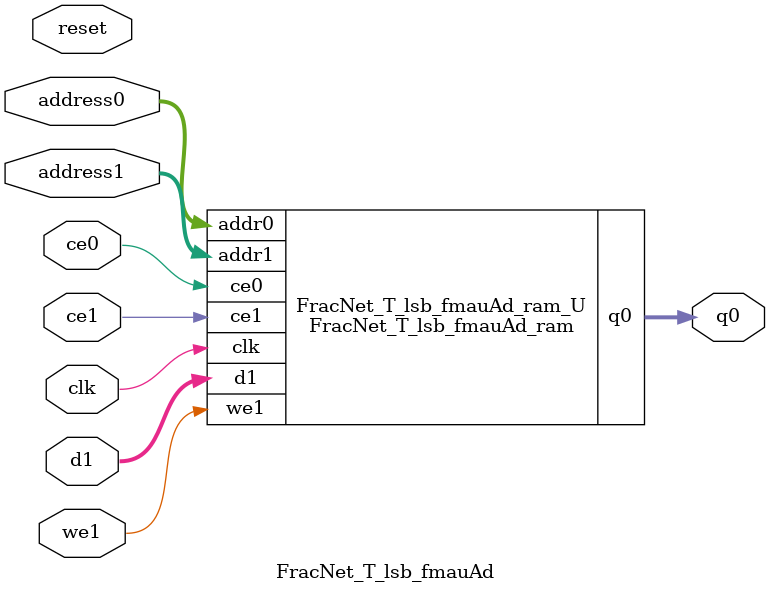
<source format=v>
`timescale 1 ns / 1 ps
module FracNet_T_lsb_fmauAd_ram (addr0, ce0, q0, addr1, ce1, d1, we1,  clk);

parameter DWIDTH = 64;
parameter AWIDTH = 11;
parameter MEM_SIZE = 1089;

input[AWIDTH-1:0] addr0;
input ce0;
output reg[DWIDTH-1:0] q0;
input[AWIDTH-1:0] addr1;
input ce1;
input[DWIDTH-1:0] d1;
input we1;
input clk;

(* ram_style = "block" *)reg [DWIDTH-1:0] ram[0:MEM_SIZE-1];




always @(posedge clk)  
begin 
    if (ce0) begin
        q0 <= ram[addr0];
    end
end


always @(posedge clk)  
begin 
    if (ce1) begin
        if (we1) 
            ram[addr1] <= d1; 
    end
end


endmodule

`timescale 1 ns / 1 ps
module FracNet_T_lsb_fmauAd(
    reset,
    clk,
    address0,
    ce0,
    q0,
    address1,
    ce1,
    we1,
    d1);

parameter DataWidth = 32'd64;
parameter AddressRange = 32'd1089;
parameter AddressWidth = 32'd11;
input reset;
input clk;
input[AddressWidth - 1:0] address0;
input ce0;
output[DataWidth - 1:0] q0;
input[AddressWidth - 1:0] address1;
input ce1;
input we1;
input[DataWidth - 1:0] d1;



FracNet_T_lsb_fmauAd_ram FracNet_T_lsb_fmauAd_ram_U(
    .clk( clk ),
    .addr0( address0 ),
    .ce0( ce0 ),
    .q0( q0 ),
    .addr1( address1 ),
    .ce1( ce1 ),
    .we1( we1 ),
    .d1( d1 ));

endmodule


</source>
